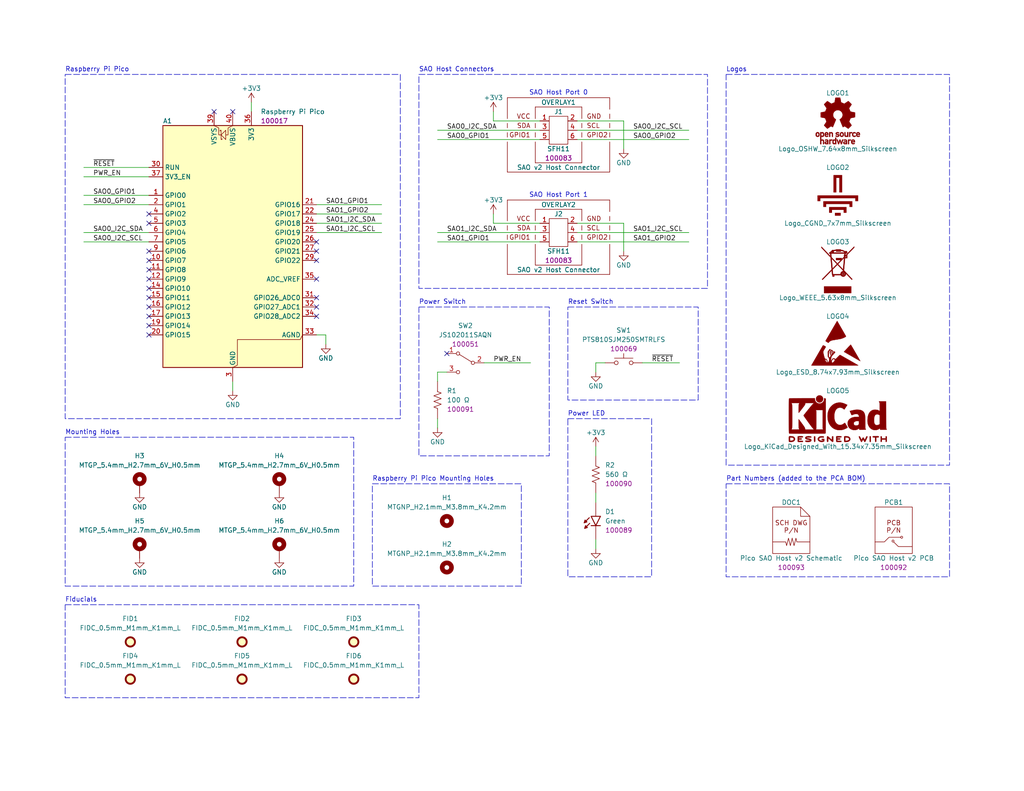
<source format=kicad_sch>
(kicad_sch (version 20250114) (generator "eeschema") (generator_version "9.0")
  (paper "A")
  (title_block (title "${PROJECT_DESCRIPTION} v${PROJECT_VERSION_MAJOR}") (date "${CURRENT_DATE}") (rev "${SCH_REV}") (company "${ORGANIZATION} <${ORGANIZATION_URL}>") (comment 1 "PCA P/N: ${PCA_PART_NUMBER}") (comment 2 "Schematic P/N: ${SCH_PART_NUMBER}") (comment 3 "License: ${SPDX_LICENSE_ID}") (comment 4 "Copyright: © ${COPYRIGHT_HOLDER} <${COPYRIGHT_HOLDER_CONTACT}>"))
  (lib_symbols
    (symbol "CGND_Connector:Connector_Overlay_SAO_v2_Host" (pin_numbers (hide yes)) (pin_names (offset 0) (hide yes)) (in_bom no)
      (property "Reference" "OVERLAY" (at 0 7.62 0))
      (property "Value" "SAO v2 Host Connector" (at 0 -10.16 0))
      (symbol "Connector_Overlay_SAO_v2_Host_1_1"
        (text "VCC" (at -7.62 3.81 0) (effects (font (size 1.27 1.27)) (justify right)))
        (text "SDA" (at -7.62 1.27 0) (effects (font (size 1.27 1.27)) (justify right)))
        (text "GPIO1" (at -7.62 -1.27 0) (effects (font (size 1.27 1.27)) (justify right)))
        (text "GND" (at 7.62 3.81 0) (effects (font (size 1.27 1.27)) (justify left)))
        (text "SCL" (at 7.62 1.27 0) (effects (font (size 1.27 1.27)) (justify left)))
        (text "GPIO2" (at 7.62 -1.27 0) (effects (font (size 1.27 1.27)) (justify left)))
      )
    )
    (symbol "CGND_Graphic:Logo_CGND_7x7mm_Silkscreen" (pin_numbers (hide yes)) (pin_names (offset 0) (hide yes)) (in_bom no)
      (property "Reference" "LOGO" (at 0 7.62 0))
      (property "Value" "Logo_CGND_7x7mm_Silkscreen" (at 0 -7.62 0))
    )
    (symbol "CGND_Graphic:Logo_ESD_8.74x7.93mm_Silkscreen" (pin_numbers (hide yes)) (pin_names (offset 0) (hide yes)) (in_bom no)
      (property "Reference" "LOGO" (at 0 7.62 0))
      (property "Value" "Logo_ESD_8.74x7.93mm_Silkscreen" (at 0 -7.62 0))
    )
    (symbol "CGND_Graphic:Logo_KiCad_Designed_With_15.34x7.35mm_Silkscreen" (pin_numbers (hide yes)) (pin_names (offset 0) (hide yes)) (in_bom no)
      (property "Reference" "LOGO" (at 0 7.62 0))
      (property "Value" "Logo_KiCad_Designed_With_15.34x7.35mm_Silkscreen" (at 0 -7.62 0))
    )
    (symbol "CGND_Graphic:Logo_OSHW_7.64x8mm_Silkscreen" (pin_numbers (hide yes)) (pin_names (offset 0) (hide yes)) (in_bom no)
      (property "Reference" "LOGO" (at 0 7.62 0))
      (property "Value" "Logo_OSHW_7.64x8mm_Silkscreen" (at 0 -7.62 0))
    )
    (symbol "CGND_Graphic:Logo_WEEE_5.63x8mm_Silkscreen" (pin_numbers (hide yes)) (pin_names (offset 0) (hide yes)) (in_bom no)
      (property "Reference" "LOGO" (at 0 7.62 0))
      (property "Value" "Logo_WEEE_5.63x8mm_Silkscreen" (at 0 -7.62 0))
    )
    (symbol "CGND_Mechanical:FIDC_0.5mm_M1mm_K1mm_L" (pin_numbers (hide yes)) (pin_names (offset 0) (hide yes)) (in_bom no)
      (property "Reference" "FID" (at 0 6.35 0))
      (property "Value" "FIDC_0.5mm_M1mm_K1mm_L" (at 0 3.81 0))
    )
    (symbol "CGND_Mechanical:MTGNP_H2.1mm_M3.8mm_K4.2mm" (pin_numbers (hide yes)) (pin_names (offset 0) (hide yes)) (in_bom no)
      (property "Reference" "H" (at 0 6.35 0))
      (property "Value" "MTGNP_H2.1mm_M3.8mm_K4.2mm" (at 0 3.81 0))
    )
    (symbol "CGND_Mechanical:MTGP_5.4mm_H2.7mm_6V_H0.5mm" (pin_numbers (hide yes)) (pin_names (offset 1.016) (hide yes)) (in_bom no)
      (property "Reference" "H" (at 0 7.62 0))
      (property "Value" "MTGP_5.4mm_H2.7mm_6V_H0.5mm" (at 0 5.08 0))
      (symbol "MTGP_5.4mm_H2.7mm_6V_H0.5mm_1_1"
        (pin input line (at 0 -2.54 90) (length 2.54) (name "1") (number "1"))
      )
    )
    (symbol "CGND_OSHW_IPN:100017"
      (property "Reference" "A" (at -19.05 35.56 0))
      (property "Value" "Raspberry Pi Pico" (at 7.62 38.1 0))
      (property "IPN" "100017" (at 7.62 35.56 0))
      (symbol "100017_1_1"
        (pin passive line (at -22.86 22.86 0) (length 3.81) (name "RUN") (number "30"))
        (pin passive line (at -22.86 20.32 0) (length 3.81) (name "3V3_EN") (number "37"))
        (pin bidirectional line (at -22.86 15.24 0) (length 3.81) (name "GPIO0") (number "1"))
        (pin bidirectional line (at -22.86 12.7 0) (length 3.81) (name "GPIO1") (number "2"))
        (pin bidirectional line (at -22.86 10.16 0) (length 3.81) (name "GPIO2") (number "4"))
        (pin bidirectional line (at -22.86 7.62 0) (length 3.81) (name "GPIO3") (number "5"))
        (pin bidirectional line (at -22.86 5.08 0) (length 3.81) (name "GPIO4") (number "6"))
        (pin bidirectional line (at -22.86 2.54 0) (length 3.81) (name "GPIO5") (number "7"))
        (pin bidirectional line (at -22.86 0 0) (length 3.81) (name "GPIO6") (number "9"))
        (pin bidirectional line (at -22.86 -2.54 0) (length 3.81) (name "GPIO7") (number "10"))
        (pin bidirectional line (at -22.86 -5.08 0) (length 3.81) (name "GPIO8") (number "11"))
        (pin bidirectional line (at -22.86 -7.62 0) (length 3.81) (name "GPIO9") (number "12"))
        (pin bidirectional line (at -22.86 -10.16 0) (length 3.81) (name "GPIO10") (number "14"))
        (pin bidirectional line (at -22.86 -12.7 0) (length 3.81) (name "GPIO11") (number "15"))
        (pin bidirectional line (at -22.86 -15.24 0) (length 3.81) (name "GPIO12") (number "16"))
        (pin bidirectional line (at -22.86 -17.78 0) (length 3.81) (name "GPIO13") (number "17"))
        (pin bidirectional line (at -22.86 -20.32 0) (length 3.81) (name "GPIO14") (number "19"))
        (pin bidirectional line (at -22.86 -22.86 0) (length 3.81) (name "GPIO15") (number "20"))
        (pin power_in line (at -5.08 38.1 270) (length 3.81) (name "VSYS") (number "39"))
        (pin power_out line (at 0 38.1 270) (length 3.81) (name "VBUS") (number "40"))
        (pin passive line (at 0 -35.56 90) (length 3.81) (hide yes) (name "GND") (number "13"))
        (pin passive line (at 0 -35.56 90) (length 3.81) (hide yes) (name "GND") (number "18"))
        (pin passive line (at 0 -35.56 90) (length 3.81) (hide yes) (name "GND") (number "23"))
        (pin passive line (at 0 -35.56 90) (length 3.81) (hide yes) (name "GND") (number "28"))
        (pin power_out line (at 0 -35.56 90) (length 3.81) (name "GND") (number "3"))
        (pin passive line (at 0 -35.56 90) (length 3.81) (hide yes) (name "GND") (number "38"))
        (pin passive line (at 0 -35.56 90) (length 3.81) (hide yes) (name "GND") (number "8"))
        (pin power_out line (at 5.08 38.1 270) (length 3.81) (name "3V3") (number "36"))
        (pin bidirectional line (at 22.86 12.7 180) (length 3.81) (name "GPIO16") (number "21"))
        (pin bidirectional line (at 22.86 10.16 180) (length 3.81) (name "GPIO17") (number "22"))
        (pin bidirectional line (at 22.86 7.62 180) (length 3.81) (name "GPIO18") (number "24"))
        (pin bidirectional line (at 22.86 5.08 180) (length 3.81) (name "GPIO19") (number "25"))
        (pin bidirectional line (at 22.86 2.54 180) (length 3.81) (name "GPIO20") (number "26"))
        (pin bidirectional line (at 22.86 0 180) (length 3.81) (name "GPIO21") (number "27"))
        (pin bidirectional line (at 22.86 -2.54 180) (length 3.81) (name "GPIO22") (number "29"))
        (pin power_in line (at 22.86 -7.62 180) (length 3.81) (name "ADC_VREF") (number "35"))
        (pin bidirectional line (at 22.86 -12.7 180) (length 3.81) (name "GPIO26_ADC0") (number "31"))
        (pin bidirectional line (at 22.86 -15.24 180) (length 3.81) (name "GPIO27_ADC1") (number "32"))
        (pin bidirectional line (at 22.86 -17.78 180) (length 3.81) (name "GPIO28_ADC2") (number "34"))
        (pin power_out line (at 22.86 -22.86 180) (length 3.81) (name "AGND") (number "33"))
      )
    )
    (symbol "CGND_OSHW_IPN:100051" (pin_names (offset 0) (hide yes))
      (property "Reference" "SW" (at 0 10.16 0))
      (property "Value" "JS102011SAQN" (at 0 7.62 0))
      (property "IPN" "100051" (at 0 5.08 0))
      (symbol "100051_1_1"
        (pin passive line (at -5.08 0 0) (length 2.54) (name "B") (number "2"))
        (pin passive line (at 5.08 2.54 180) (length 2.54) (name "A") (number "1"))
        (pin passive line (at 5.08 -2.54 180) (length 2.54) (name "C") (number "3"))
      )
    )
    (symbol "CGND_OSHW_IPN:100069" (pin_numbers (hide yes)) (pin_names (offset 0) (hide yes))
      (property "Reference" "SW" (at 0 8.89 0))
      (property "Value" "PTS810SJM250SMTRLFS" (at 0 6.35 0))
      (property "IPN" "100069" (at 0 3.81 0))
      (symbol "100069_0_1"
        (pin passive line (at -5.08 0 0) (length 2.54) (name "1") (number "1"))
        (pin passive line (at 5.08 0 180) (length 2.54) (name "2") (number "2"))
      )
    )
    (symbol "CGND_OSHW_IPN:100083" (pin_names (hide yes))
      (property "Reference" "J" (at 0 5.08 0))
      (property "Value" "SFH11" (at 0 -5.08 0))
      (property "IPN" "100083" (at 0 -7.62 0))
      (symbol "100083_1_1"
        (pin passive line (at -5.08 2.54 0) (length 2.54) (name "1") (number "1"))
        (pin passive line (at -5.08 0 0) (length 2.54) (name "3") (number "3"))
        (pin passive line (at -5.08 -2.54 0) (length 2.54) (name "5") (number "5"))
        (pin passive line (at 5.08 2.54 180) (length 2.54) (name "2") (number "2"))
        (pin passive line (at 5.08 0 180) (length 2.54) (name "4") (number "4"))
        (pin passive line (at 5.08 -2.54 180) (length 2.54) (name "6") (number "6"))
      )
    )
    (symbol "CGND_OSHW_IPN:100089" (pin_numbers (hide yes)) (pin_names (offset 0) (hide yes))
      (property "Reference" "D" (at 0 7.62 0))
      (property "Value" "Green" (at 0 5.08 0))
      (property "IPN" "100089" (at 0 2.54 0))
      (symbol "100089_1_1"
        (pin passive line (at -5.08 0 0) (length 2.54) (name "Anode") (number "A"))
        (pin passive line (at 5.08 0 180) (length 2.54) (name "Cathode") (number "C"))
      )
    )
    (symbol "CGND_OSHW_IPN:100090" (pin_numbers (hide yes)) (pin_names (offset 0) (hide yes))
      (property "Reference" "R" (at 0 7.62 0))
      (property "Value" "560 Ω" (at 0 5.08 0))
      (property "IPN" "100090" (at 0 2.54 0))
      (symbol "100090_1_1"
        (pin passive line (at -5.08 0 0) (length 2.54) (name "1") (number "1"))
        (pin passive line (at 5.08 0 180) (length 2.54) (name "2") (number "2"))
      )
    )
    (symbol "CGND_OSHW_IPN:100091" (pin_numbers (hide yes)) (pin_names (offset 0) (hide yes))
      (property "Reference" "R" (at 0 7.62 0))
      (property "Value" "100 Ω" (at 0 5.08 0))
      (property "IPN" "100091" (at 0 2.54 0))
      (symbol "100091_1_1"
        (pin passive line (at -5.08 0 0) (length 2.54) (name "1") (number "1"))
        (pin passive line (at 5.08 0 180) (length 2.54) (name "2") (number "2"))
      )
    )
    (symbol "CGND_OSHW_IPN:100092" (pin_numbers (hide yes)) (pin_names (offset 0) (hide yes)) (on_board no)
      (property "Reference" "PCB" (at 0 7.62 0))
      (property "Value" "Pico SAO Host v2 PCB" (at 0 -7.62 0))
      (property "IPN" "100092" (at 0 -10.16 0))
      (symbol "100092_1_1"
        (text "PCB\nP/N" (at 0 1.016 0) (effects (font (size 1.27 1.27))))
      )
    )
    (symbol "CGND_OSHW_IPN:100093" (pin_numbers (hide yes)) (pin_names (offset 0) (hide yes)) (on_board no)
      (property "Reference" "DOC" (at 0 7.62 0))
      (property "Value" "Pico SAO Host v2 Schematic" (at 0 -7.62 0))
      (property "IPN" "100093" (at 0 -10.16 0))
      (symbol "100093_1_1"
        (text "SCH DWG\nP/N" (at 0 1.016 0) (effects (font (size 1.27 1.27))))
      )
    )
    (symbol "CGND_Power:+3V3" (power) (pin_names (offset 0))
      (property "Value" "+3V3" (at 0 3.81 0))
      (symbol "+3V3_1_1"
        (pin power_in line (at 0 0 90) (length 0) (hide yes) (name "+3V3") (number "1"))
      )
    )
    (symbol "CGND_Power:GND" (power) (pin_names (offset 0))
      (property "Value" "GND" (at 0 -3.81 0))
      (symbol "GND_1_1"
        (pin power_in line (at 0 0 270) (length 0) (hide yes) (name "GND") (number "1"))
      )
    )
  )
  (rectangle (start 198.12 132.08) (end 259.08 157.48) (stroke (width 0) (type dash)))
  (rectangle (start 114.3 83.82) (end 149.86 124.46) (stroke (width 0) (type dash)))
  (rectangle (start 198.12 20.32) (end 259.08 127) (stroke (width 0) (type dash)))
  (rectangle (start 101.6 132.08) (end 142.24 160.02) (stroke (width 0) (type dash)))
  (rectangle (start 17.78 165.1) (end 114.3 190.5) (stroke (width 0) (type dash)))
  (rectangle (start 154.94 114.3) (end 177.8 157.48) (stroke (width 0) (type dash)))
  (rectangle (start 114.3 20.32) (end 193.04 78.74) (stroke (width 0) (type dash)))
  (rectangle (start 17.78 20.32) (end 109.22 114.3) (stroke (width 0) (type dash)))
  (rectangle (start 17.78 119.38) (end 96.52 160.02) (stroke (width 0) (type dash)))
  (rectangle (start 154.94 83.82) (end 190.5 109.22) (stroke (width 0) (type dash)))
  (text "Fiducials" (at 17.78 163.83 0) (effects (font (size 1.27 1.27)) (justify left)))
  (text "SAO Host Port 0" (at 152.4 25.4 0) (effects (font (size 1.27 1.27))))
  (text "Mounting Holes" (at 17.78 118.11 0) (effects (font (size 1.27 1.27)) (justify left)))
  (text "Part Numbers (added to the PCA BOM)" (at 198.12 130.81 0) (effects (font (size 1.27 1.27)) (justify left)))
  (text "Power Switch" (at 114.3 82.55 0) (effects (font (size 1.27 1.27)) (justify left)))
  (text "Logos" (at 198.12 19.05 0) (effects (font (size 1.27 1.27)) (justify left)))
  (text "Power LED" (at 160.02 113.03 0) (effects (font (size 1.27 1.27))))
  (text "SAO Host Port 1" (at 152.4 53.34 0) (effects (font (size 1.27 1.27))))
  (text "Raspberry Pi Pico Mounting Holes" (at 101.6 130.81 0) (effects (font (size 1.27 1.27)) (justify left)))
  (text "Reset Switch" (at 154.94 82.55 0) (effects (font (size 1.27 1.27)) (justify left)))
  (text "SAO Host Connectors" (at 114.3 19.05 0) (effects (font (size 1.27 1.27)) (justify left)))
  (text "Raspberry Pi Pico" (at 17.78 19.05 0) (effects (font (size 1.27 1.27)) (justify left)))
  (no_connect (at 40.64 73.66))
  (no_connect (at 86.36 83.82))
  (no_connect (at 86.36 76.2))
  (no_connect (at 40.64 86.36))
  (no_connect (at 40.64 83.82))
  (no_connect (at 40.64 68.58))
  (no_connect (at 121.92 96.52))
  (no_connect (at 58.42 30.48))
  (no_connect (at 40.64 78.74))
  (no_connect (at 40.64 58.42))
  (no_connect (at 40.64 81.28))
  (no_connect (at 40.64 91.44))
  (no_connect (at 86.36 71.12))
  (no_connect (at 40.64 88.9))
  (no_connect (at 40.64 71.12))
  (no_connect (at 86.36 81.28))
  (no_connect (at 40.64 60.96))
  (no_connect (at 63.5 30.48))
  (no_connect (at 86.36 86.36))
  (no_connect (at 86.36 68.58))
  (no_connect (at 40.64 76.2))
  (no_connect (at 86.36 66.04))
  (wire (pts (xy 86.36 55.88) (xy 104.14 55.88)))
  (wire (pts (xy 22.86 63.5) (xy 40.64 63.5)))
  (wire (pts (xy 157.48 66.04) (xy 187.96 66.04)))
  (wire (pts (xy 88.9 91.44) (xy 88.9 93.98)))
  (wire (pts (xy 170.18 60.96) (xy 170.18 68.58)))
  (wire (pts (xy 134.62 60.96) (xy 147.32 60.96)))
  (wire (pts (xy 162.56 99.06) (xy 162.56 101.6)))
  (wire (pts (xy 157.48 60.96) (xy 170.18 60.96)))
  (wire (pts (xy 119.38 35.56) (xy 147.32 35.56)))
  (wire (pts (xy 119.38 101.6) (xy 121.92 101.6)))
  (wire (pts (xy 119.38 114.3) (xy 119.38 116.84)))
  (wire (pts (xy 162.56 134.62) (xy 162.56 137.16)))
  (wire (pts (xy 162.56 121.92) (xy 162.56 124.46)))
  (wire (pts (xy 157.48 35.56) (xy 187.96 35.56)))
  (wire (pts (xy 157.48 63.5) (xy 187.96 63.5)))
  (wire (pts (xy 132.08 99.06) (xy 144.78 99.06)))
  (wire (pts (xy 86.36 60.96) (xy 104.14 60.96)))
  (wire (pts (xy 134.62 30.48) (xy 134.62 33.02)))
  (wire (pts (xy 86.36 63.5) (xy 104.14 63.5)))
  (wire (pts (xy 22.86 66.04) (xy 40.64 66.04)))
  (wire (pts (xy 119.38 38.1) (xy 147.32 38.1)))
  (wire (pts (xy 170.18 33.02) (xy 170.18 40.64)))
  (wire (pts (xy 119.38 63.5) (xy 147.32 63.5)))
  (wire (pts (xy 22.86 53.34) (xy 40.64 53.34)))
  (wire (pts (xy 162.56 147.32) (xy 162.56 149.86)))
  (wire (pts (xy 119.38 104.14) (xy 119.38 101.6)))
  (wire (pts (xy 165.1 99.06) (xy 162.56 99.06)))
  (wire (pts (xy 22.86 55.88) (xy 40.64 55.88)))
  (wire (pts (xy 86.36 58.42) (xy 104.14 58.42)))
  (wire (pts (xy 134.62 33.02) (xy 147.32 33.02)))
  (wire (pts (xy 157.48 38.1) (xy 187.96 38.1)))
  (wire (pts (xy 22.86 45.72) (xy 40.64 45.72)))
  (wire (pts (xy 119.38 66.04) (xy 147.32 66.04)))
  (wire (pts (xy 63.5 104.14) (xy 63.5 106.68)))
  (wire (pts (xy 175.26 99.06) (xy 185.42 99.06)))
  (wire (pts (xy 86.36 91.44) (xy 88.9 91.44)))
  (wire (pts (xy 68.58 27.94) (xy 68.58 30.48)))
  (wire (pts (xy 157.48 33.02) (xy 170.18 33.02)))
  (wire (pts (xy 134.62 58.42) (xy 134.62 60.96)))
  (wire (pts (xy 40.64 48.26) (xy 22.86 48.26)))
  (label "SAO1_GPIO1" (at 121.92 66.04 0))
  (label "SAO1_I2C_SCL" (at 88.9 63.5 0))
  (label "PWR_EN" (at 134.62 99.06 0))
  (label "SAO1_I2C_SCL" (at 172.72 63.5 0))
  (label "SAO0_I2C_SDA" (at 25.4 63.5 0))
  (label "SAO0_GPIO2" (at 25.4 55.88 0))
  (label "~{RESET}" (at 177.8 99.06 0))
  (label "SAO1_I2C_SDA" (at 121.92 63.5 0))
  (label "SAO0_I2C_SCL" (at 172.72 35.56 0))
  (label "SAO0_GPIO2" (at 172.72 38.1 0))
  (label "SAO1_GPIO1" (at 88.9 55.88 0))
  (label "SAO1_I2C_SDA" (at 88.9 60.96 0))
  (label "SAO1_GPIO2" (at 172.72 66.04 0))
  (label "SAO1_GPIO2" (at 88.9 58.42 0))
  (label "~{RESET}" (at 25.4 45.72 0))
  (label "SAO0_GPIO1" (at 25.4 53.34 0))
  (label "SAO0_I2C_SDA" (at 121.92 35.56 0))
  (label "SAO0_GPIO1" (at 121.92 38.1 0))
  (label "PWR_EN" (at 25.4 48.26 0))
  (label "SAO0_I2C_SCL" (at 25.4 66.04 0))
  (symbol (lib_id "CGND_Mechanical:FIDC_0.5mm_M1mm_K1mm_L") (at 96.52 175.26 0) (unit 1) (in_bom no)
    (property "Reference" "FID3" (at 96.52 168.91 0))
    (property "Value" "FIDC_0.5mm_M1mm_K1mm_L" (at 96.52 171.45 0))
    (property "Footprint" "CGND_Fiducial:FIDC_0.5mm_M1mm_K1mm_L" (effects (hide yes)))
    (property "Description" "Fiducial, Circular; 0.5 mm Pad, 1 mm Soldermask, 1 mm Keepout (Density Level C)" (effects (hide yes)))
  )
  (symbol (lib_id "CGND_OSHW_IPN:100091") (at 119.38 109.22 270) (unit 1)
    (property "Reference" "R1" (at 121.92 106.6799 90) (effects (justify left)))
    (property "Value" "100 Ω" (at 121.92 109.2199 90) (effects (justify left)))
    (property "Footprint" "CGND_Resistor:RESC_0603_1.6x0.8x0.55mm_L0.25mm_N" (effects (hide yes)))
    (property "Datasheet" "https://cgnd-oshw.aligni.com/part/567037" (effects (hide yes)))
    (property "Description" "100 Ohms ±5% 0.1W, 1/10W Chip Resistor 0603 (1608 Metric) Moisture Resistant Thick Film" (effects (hide yes)))
    (property "IPN" "100091" (at 121.92 111.7599 90) (effects (justify left)))
    (property "Symbol" "CGND_TEMPLATE_Device:Resistor" (effects (hide yes)))
  )
  (symbol (lib_id "CGND_Power:GND") (at 76.2 134.62 0) (unit 1)
    (property "Reference" "#PWR09" (effects (hide yes)))
    (property "Value" "GND" (at 76.2 138.43 0))
    (property "Description" "Power symbol creates a global label with name \"GND\" , ground" (effects (hide yes)))
  )
  (symbol (lib_id "CGND_Power:GND") (at 170.18 40.64 0) (unit 1)
    (property "Reference" "#PWR05" (effects (hide yes)))
    (property "Value" "GND" (at 170.18 44.45 0))
    (property "Description" "Power symbol creates a global label with name \"GND\" , ground" (effects (hide yes)))
  )
  (symbol (lib_id "CGND_Mechanical:MTGP_5.4mm_H2.7mm_6V_H0.5mm") (at 38.1 132.08 0) (unit 1) (in_bom no)
    (property "Reference" "H3" (at 38.1 124.46 0))
    (property "Value" "MTGP_5.4mm_H2.7mm_6V_H0.5mm" (at 38.1 127 0))
    (property "Footprint" "CGND_Mounting_Hole:MTGP_5.4mm_H2.7mm_6V_H0.5mm" (effects (hide yes)))
    (property "Description" "Mounting Hole, Plated; 5.4 mm Pad, 2.7 mm Hole (with 6 vias)" (effects (hide yes)))
  )
  (symbol (lib_id "CGND_Power:+3V3") (at 134.62 30.48 0) (unit 1)
    (property "Reference" "#PWR03" (effects (hide yes)))
    (property "Value" "+3V3" (at 134.62 26.67 0))
    (property "Description" "Power symbol creates a global label with name \"+3.3V\"" (effects (hide yes)))
  )
  (symbol (lib_id "CGND_Power:GND") (at 88.9 93.98 0) (unit 1)
    (property "Reference" "#PWR015" (effects (hide yes)))
    (property "Value" "GND" (at 88.9 97.79 0))
    (property "Description" "Power symbol creates a global label with name \"GND\" , ground" (effects (hide yes)))
  )
  (symbol (lib_id "CGND_Mechanical:FIDC_0.5mm_M1mm_K1mm_L") (at 35.56 175.26 0) (unit 1) (in_bom no)
    (property "Reference" "FID1" (at 35.56 168.91 0))
    (property "Value" "FIDC_0.5mm_M1mm_K1mm_L" (at 35.56 171.45 0))
    (property "Footprint" "CGND_Fiducial:FIDC_0.5mm_M1mm_K1mm_L" (effects (hide yes)))
    (property "Description" "Fiducial, Circular; 0.5 mm Pad, 1 mm Soldermask, 1 mm Keepout (Density Level C)" (effects (hide yes)))
  )
  (symbol (lib_id "CGND_Power:+3V3") (at 162.56 121.92 0) (unit 1)
    (property "Reference" "#PWR014" (effects (hide yes)))
    (property "Value" "+3V3" (at 162.56 118.11 0))
    (property "Description" "Power symbol creates a global label with name \"+3.3V\"" (effects (hide yes)))
  )
  (symbol (lib_id "CGND_Mechanical:MTGP_5.4mm_H2.7mm_6V_H0.5mm") (at 76.2 149.86 0) (unit 1) (in_bom no)
    (property "Reference" "H6" (at 76.2 142.24 0))
    (property "Value" "MTGP_5.4mm_H2.7mm_6V_H0.5mm" (at 76.2 144.78 0))
    (property "Footprint" "CGND_Mounting_Hole:MTGP_5.4mm_H2.7mm_6V_H0.5mm" (effects (hide yes)))
    (property "Description" "Mounting Hole, Plated; 5.4 mm Pad, 2.7 mm Hole (with 6 vias)" (effects (hide yes)))
  )
  (symbol (lib_id "CGND_Graphic:Logo_OSHW_7.64x8mm_Silkscreen") (at 228.6 33.02 0) (unit 1) (in_bom no)
    (property "Reference" "LOGO1" (at 228.6 25.4 0))
    (property "Value" "Logo_OSHW_7.64x8mm_Silkscreen" (at 228.6 40.64 0))
    (property "Footprint" "CGND_Graphic:Logo_OSHW_7.64x8mm_Silkscreen" (effects (hide yes)))
    (property "Datasheet" "https://oshwa.org/resources/open-source-hardware-logo/" (effects (hide yes)))
    (property "Description" "Logo, Open Source Hardware (OSHW), 7.64x8 mm, Silkscreen" (effects (hide yes)))
    (property "Symbol Copyright" "Common Ground Electronics <https://cgnd.dev>;The KiCad Developers <https://www.kicad.org>" (effects (hide yes)))
    (property "Symbol License" "CC-BY-SA-4.0 WITH KiCad-libraries-exception" (effects (hide yes)))
  )
  (symbol (lib_id "CGND_OSHW_IPN:100090") (at 162.56 129.54 270) (unit 1)
    (property "Reference" "R2" (at 165.1 126.9999 90) (effects (justify left)))
    (property "Value" "560 Ω" (at 165.1 129.5399 90) (effects (justify left)))
    (property "Footprint" "CGND_Resistor:RESC_0603_1.6x0.8x0.55mm_L0.25mm_N" (effects (hide yes)))
    (property "Datasheet" "https://cgnd-oshw.aligni.com/part/567036" (effects (hide yes)))
    (property "Description" "560 Ohms ±5% 0.1W, 1/10W Chip Resistor 0603 (1608 Metric) Moisture Resistant Thick Film" (effects (hide yes)))
    (property "IPN" "100090" (at 165.1 132.0799 90) (effects (justify left)))
    (property "Symbol" "CGND_TEMPLATE_Device:Resistor" (effects (hide yes)))
  )
  (symbol (lib_id "CGND_Power:+3V3") (at 68.58 27.94 0) (unit 1)
    (property "Reference" "#PWR01" (effects (hide yes)))
    (property "Value" "+3V3" (at 68.58 24.13 0))
    (property "Description" "Power symbol creates a global label with name \"+3.3V\"" (effects (hide yes)))
  )
  (symbol (lib_id "CGND_OSHW_IPN:100083") (at 152.4 35.56 0) (unit 1)
    (property "Reference" "J1" (at 152.4 30.48 0))
    (property "Value" "SFH11" (at 152.4 40.64 0))
    (property "Footprint" "CGND_Connector:Sullins_SFH11-xxxC-D03-ST-BK" (effects (hide yes)))
    (property "Datasheet" "https://cgnd-oshw.aligni.com/part/558400" (effects (hide yes)))
    (property "Description" "6 Position Header Connector 0.100\" (2.54mm) Through Hole Gold" (effects (hide yes)))
    (property "IPN" "100083" (at 152.4 43.18 0))
    (property "Symbol" "CGND_TEMPLATE_Connector:Connector_2x3_Odd_Even" (effects (hide yes)))
  )
  (symbol (lib_id "CGND_Graphic:Logo_KiCad_Designed_With_15.34x7.35mm_Silkscreen") (at 228.6 114.3 0) (unit 1) (in_bom no)
    (property "Reference" "LOGO5" (at 228.6 106.68 0))
    (property "Value" "Logo_KiCad_Designed_With_15.34x7.35mm_Silkscreen" (at 228.6 121.92 0))
    (property "Footprint" "CGND_Graphic:Logo_KiCad_Designed_With_15.34x7.35mm_Silkscreen" (effects (hide yes)))
    (property "Description" "Logo, Kicad, Designed With, 15.34x7.35 mm, Silkscreen" (effects (hide yes)))
    (property "Symbol Copyright" "Common Ground Electronics <https://cgnd.dev>;The KiCad Developers <https://www.kicad.org>" (effects (hide yes)))
    (property "Symbol License" "CC-BY-SA-4.0 WITH KiCad-libraries-exception" (effects (hide yes)))
  )
  (symbol (lib_id "CGND_OSHW_IPN:100089") (at 162.56 142.24 270) (unit 1)
    (property "Reference" "D1" (at 165.1 139.6999 90) (effects (justify left)))
    (property "Value" "Green" (at 165.1 142.2399 90) (effects (justify left)))
    (property "Footprint" "CGND_LED:LEDSC_0603_0.8x1.6x0.8mm_L0.45x0.7mm_N" (effects (hide yes)))
    (property "Datasheet" "https://cgnd-oshw.aligni.com/part/566715" (effects (hide yes)))
    (property "Description" "Green 570nm LED Indication - Discrete 2V 0603 (1608 Metric)" (effects (hide yes)))
    (property "IPN" "100089" (at 165.1 144.7799 90) (effects (justify left)))
    (property "Symbol" "CGND_TEMPLATE_Device:LED" (effects (hide yes)))
  )
  (symbol (lib_id "CGND_OSHW_IPN:100069") (at 170.18 99.06 0) (unit 1)
    (property "Reference" "SW1" (at 170.18 90.17 0))
    (property "Value" "PTS810SJM250SMTRLFS" (at 170.18 92.71 0))
    (property "Footprint" "CGND_Switch:CK_PTS810SJx250" (effects (hide yes)))
    (property "Datasheet" "https://cgnd-oshw.aligni.com/part/495520" (effects (hide yes)))
    (property "Description" "Tactile Switch SPST-NO Top Actuated Surface Mount" (effects (hide yes)))
    (property "IPN" "100069" (at 170.18 95.25 0))
    (property "Symbol" "CGND_TEMPLATE_Switch:Switch_Push_SPST-NO" (effects (hide yes)))
  )
  (symbol (lib_id "CGND_Graphic:Logo_CGND_7x7mm_Silkscreen") (at 228.6 53.34 0) (unit 1) (in_bom no)
    (property "Reference" "LOGO2" (at 228.6 45.72 0))
    (property "Value" "Logo_CGND_7x7mm_Silkscreen" (at 228.6 60.96 0))
    (property "Footprint" "CGND_Graphic:Logo_CGND_7x7mm_Silkscreen" (effects (hide yes)))
    (property "Datasheet" "https://cgnd.dev" (effects (hide yes)))
    (property "Description" "Logo, Common Ground Electronics, 7x7 mm, Silkscreen" (effects (hide yes)))
  )
  (symbol (lib_id "CGND_Power:GND") (at 162.56 101.6 0) (unit 1)
    (property "Reference" "#PWR07" (effects (hide yes)))
    (property "Value" "GND" (at 162.56 105.41 0))
    (property "Description" "Power symbol creates a global label with name \"GND\" , ground" (effects (hide yes)))
  )
  (symbol (lib_id "CGND_Power:GND") (at 38.1 152.4 0) (unit 1)
    (property "Reference" "#PWR011" (effects (hide yes)))
    (property "Value" "GND" (at 38.1 156.21 0))
    (property "Description" "Power symbol creates a global label with name \"GND\" , ground" (effects (hide yes)))
  )
  (symbol (lib_id "CGND_Mechanical:FIDC_0.5mm_M1mm_K1mm_L") (at 96.52 185.42 0) (unit 1) (in_bom no)
    (property "Reference" "FID6" (at 96.52 179.07 0))
    (property "Value" "FIDC_0.5mm_M1mm_K1mm_L" (at 96.52 181.61 0))
    (property "Footprint" "CGND_Fiducial:FIDC_0.5mm_M1mm_K1mm_L" (effects (hide yes)))
    (property "Description" "Fiducial, Circular; 0.5 mm Pad, 1 mm Soldermask, 1 mm Keepout (Density Level C)" (effects (hide yes)))
  )
  (symbol (lib_id "CGND_Mechanical:MTGP_5.4mm_H2.7mm_6V_H0.5mm") (at 38.1 149.86 0) (unit 1) (in_bom no)
    (property "Reference" "H5" (at 38.1 142.24 0))
    (property "Value" "MTGP_5.4mm_H2.7mm_6V_H0.5mm" (at 38.1 144.78 0))
    (property "Footprint" "CGND_Mounting_Hole:MTGP_5.4mm_H2.7mm_6V_H0.5mm" (effects (hide yes)))
    (property "Description" "Mounting Hole, Plated; 5.4 mm Pad, 2.7 mm Hole (with 6 vias)" (effects (hide yes)))
  )
  (symbol (lib_id "CGND_Graphic:Logo_WEEE_5.63x8mm_Silkscreen") (at 228.6 73.66 0) (unit 1) (in_bom no)
    (property "Reference" "LOGO3" (at 228.6 66.04 0))
    (property "Value" "Logo_WEEE_5.63x8mm_Silkscreen" (at 228.6 81.28 0))
    (property "Footprint" "CGND_Graphic:Logo_WEEE_5.63x8mm_Silkscreen" (effects (hide yes)))
    (property "Description" "Logo, Waste Electrical and Electronic Equipment Directive (WEEE), 5.63x8mm, Silkscreen" (effects (hide yes)))
  )
  (symbol (lib_id "CGND_Mechanical:MTGP_5.4mm_H2.7mm_6V_H0.5mm") (at 76.2 132.08 0) (unit 1) (in_bom no)
    (property "Reference" "H4" (at 76.2 124.46 0))
    (property "Value" "MTGP_5.4mm_H2.7mm_6V_H0.5mm" (at 76.2 127 0))
    (property "Footprint" "CGND_Mounting_Hole:MTGP_5.4mm_H2.7mm_6V_H0.5mm" (effects (hide yes)))
    (property "Description" "Mounting Hole, Plated; 5.4 mm Pad, 2.7 mm Hole (with 6 vias)" (effects (hide yes)))
  )
  (symbol (lib_id "CGND_Power:GND") (at 162.56 149.86 0) (unit 1)
    (property "Reference" "#PWR013" (effects (hide yes)))
    (property "Value" "GND" (at 162.56 153.67 0))
    (property "Description" "Power symbol creates a global label with name \"GND\" , ground" (effects (hide yes)))
  )
  (symbol (lib_id "CGND_Mechanical:MTGNP_H2.1mm_M3.8mm_K4.2mm") (at 121.92 142.24 0) (unit 1) (in_bom no)
    (property "Reference" "H1" (at 121.92 135.89 0))
    (property "Value" "MTGNP_H2.1mm_M3.8mm_K4.2mm" (at 121.92 138.43 0))
    (property "Footprint" "CGND_Mounting_Hole:MTGNP_H2.1mm_M3.8mm_K4.2mm" (effects (hide yes)))
    (property "Description" "Mounting Hole, Non-Plated; 2.1 mm Hole, 3.8 mm Soldermask, 4.2 mm Keepout" (effects (hide yes)))
  )
  (symbol (lib_id "CGND_Power:GND") (at 76.2 152.4 0) (unit 1)
    (property "Reference" "#PWR010" (effects (hide yes)))
    (property "Value" "GND" (at 76.2 156.21 0))
    (property "Description" "Power symbol creates a global label with name \"GND\" , ground" (effects (hide yes)))
  )
  (symbol (lib_id "CGND_Power:GND") (at 38.1 134.62 0) (unit 1)
    (property "Reference" "#PWR08" (effects (hide yes)))
    (property "Value" "GND" (at 38.1 138.43 0))
    (property "Description" "Power symbol creates a global label with name \"GND\" , ground" (effects (hide yes)))
  )
  (symbol (lib_id "CGND_OSHW_IPN:100093") (at 215.9 144.78 0) (unit 1) (on_board no)
    (property "Reference" "DOC1" (at 215.9 137.16 0))
    (property "Value" "Pico SAO Host v2 Schematic" (at 215.9 152.4 0))
    (property "Datasheet" "https://cgnd-oshw.aligni.com/part/567039" (effects (hide yes)))
    (property "Description" "Raspberry Pi Pico SAO Host v2 Schematic" (effects (hide yes)))
    (property "IPN" "100093" (at 215.9 154.94 0))
    (property "Symbol" "CGND_TEMPLATE_Part_Number:Schematic" (effects (hide yes)))
  )
  (symbol (lib_id "CGND_Power:GND") (at 119.38 116.84 0) (unit 1)
    (property "Reference" "#PWR012" (effects (hide yes)))
    (property "Value" "GND" (at 119.38 120.65 0))
    (property "Description" "Power symbol creates a global label with name \"GND\" , ground" (effects (hide yes)))
  )
  (symbol (lib_id "CGND_Mechanical:FIDC_0.5mm_M1mm_K1mm_L") (at 66.04 185.42 0) (unit 1) (in_bom no)
    (property "Reference" "FID5" (at 66.04 179.07 0))
    (property "Value" "FIDC_0.5mm_M1mm_K1mm_L" (at 66.04 181.61 0))
    (property "Footprint" "CGND_Fiducial:FIDC_0.5mm_M1mm_K1mm_L" (effects (hide yes)))
    (property "Description" "Fiducial, Circular; 0.5 mm Pad, 1 mm Soldermask, 1 mm Keepout (Density Level C)" (effects (hide yes)))
  )
  (symbol (lib_id "CGND_Power:+3V3") (at 134.62 58.42 0) (unit 1)
    (property "Reference" "#PWR04" (effects (hide yes)))
    (property "Value" "+3V3" (at 134.62 54.61 0))
    (property "Description" "Power symbol creates a global label with name \"+3.3V\"" (effects (hide yes)))
  )
  (symbol (lib_id "CGND_OSHW_IPN:100092") (at 243.84 144.78 0) (unit 1) (on_board no)
    (property "Reference" "PCB1" (at 243.84 137.16 0))
    (property "Value" "Pico SAO Host v2 PCB" (at 243.84 152.4 0))
    (property "Datasheet" "https://cgnd-oshw.aligni.com/part/567038" (effects (hide yes)))
    (property "Description" "Raspberry Pi Pico SAO Host v2 PCB" (effects (hide yes)))
    (property "IPN" "100092" (at 243.84 154.94 0))
    (property "Symbol" "CGND_TEMPLATE_Part_Number:PCB" (effects (hide yes)))
  )
  (symbol (lib_id "CGND_Mechanical:FIDC_0.5mm_M1mm_K1mm_L") (at 66.04 175.26 0) (unit 1) (in_bom no)
    (property "Reference" "FID2" (at 66.04 168.91 0))
    (property "Value" "FIDC_0.5mm_M1mm_K1mm_L" (at 66.04 171.45 0))
    (property "Footprint" "CGND_Fiducial:FIDC_0.5mm_M1mm_K1mm_L" (effects (hide yes)))
    (property "Description" "Fiducial, Circular; 0.5 mm Pad, 1 mm Soldermask, 1 mm Keepout (Density Level C)" (effects (hide yes)))
  )
  (symbol (lib_id "CGND_Mechanical:MTGNP_H2.1mm_M3.8mm_K4.2mm") (at 121.92 154.94 0) (unit 1) (in_bom no)
    (property "Reference" "H2" (at 121.92 148.59 0))
    (property "Value" "MTGNP_H2.1mm_M3.8mm_K4.2mm" (at 121.92 151.13 0))
    (property "Footprint" "CGND_Mounting_Hole:MTGNP_H2.1mm_M3.8mm_K4.2mm" (effects (hide yes)))
    (property "Description" "Mounting Hole, Non-Plated; 2.1 mm Hole, 3.8 mm Soldermask, 4.2 mm Keepout" (effects (hide yes)))
  )
  (symbol (lib_id "CGND_Power:GND") (at 170.18 68.58 0) (unit 1)
    (property "Reference" "#PWR06" (effects (hide yes)))
    (property "Value" "GND" (at 170.18 72.39 0))
    (property "Description" "Power symbol creates a global label with name \"GND\" , ground" (effects (hide yes)))
  )
  (symbol (lib_id "CGND_OSHW_IPN:100083") (at 152.4 63.5 0) (unit 1)
    (property "Reference" "J2" (at 152.4 58.42 0))
    (property "Value" "SFH11" (at 152.4 68.58 0))
    (property "Footprint" "CGND_Connector:Sullins_SFH11-xxxC-D03-ST-BK" (effects (hide yes)))
    (property "Datasheet" "https://cgnd-oshw.aligni.com/part/558400" (effects (hide yes)))
    (property "Description" "6 Position Header Connector 0.100\" (2.54mm) Through Hole Gold" (effects (hide yes)))
    (property "IPN" "100083" (at 152.4 71.12 0))
    (property "Symbol" "CGND_TEMPLATE_Connector:Connector_2x3_Odd_Even" (effects (hide yes)))
  )
  (symbol (lib_id "CGND_Connector:Connector_Overlay_SAO_v2_Host") (at 152.4 35.56 0) (unit 1) (in_bom no)
    (property "Reference" "OVERLAY1" (at 152.4 27.94 0))
    (property "Value" "SAO v2 Host Connector" (at 152.4 45.72 0))
    (property "Footprint" "CGND_Connector:Overlay_SAO_v2_Host" (effects (hide yes)))
    (property "Datasheet" "https://hackaday.io/project/175182-simple-add-ons-sao" (effects (hide yes)))
    (property "Description" "Pin definition overlay for Simple Add-on (SAO) v2 host connector" (effects (hide yes)))
  )
  (symbol (lib_id "CGND_Graphic:Logo_ESD_8.74x7.93mm_Silkscreen") (at 228.6 93.98 0) (unit 1) (in_bom no)
    (property "Reference" "LOGO4" (at 228.6 86.36 0))
    (property "Value" "Logo_ESD_8.74x7.93mm_Silkscreen" (at 228.6 101.6 0))
    (property "Footprint" "CGND_Graphic:Logo_ESD_8.74x7.93mm_Silkscreen" (effects (hide yes)))
    (property "Description" "Logo, Electrostatic Discharge (ESD), 8.74x7.93 mm, Silkscreen" (effects (hide yes)))
  )
  (symbol (lib_id "CGND_OSHW_IPN:100051") (at 127 99.06 0) (mirror y) (unit 1)
    (property "Reference" "SW2" (at 127 88.9 0))
    (property "Value" "JS102011SAQN" (at 127 91.44 0))
    (property "Footprint" "CGND_Switch:CK_JS102011SAxN" (effects (hide yes)))
    (property "Datasheet" "https://cgnd-oshw.aligni.com/part/495146" (effects (hide yes)))
    (property "Description" "Slide Switch SPDT Surface Mount, Right Angle" (effects (hide yes)))
    (property "IPN" "100051" (at 127 93.98 0))
    (property "Symbol" "CGND_TEMPLATE_Switch:Switch_SPDT" (effects (hide yes)))
  )
  (symbol (lib_id "CGND_Mechanical:FIDC_0.5mm_M1mm_K1mm_L") (at 35.56 185.42 0) (unit 1) (in_bom no)
    (property "Reference" "FID4" (at 35.56 179.07 0))
    (property "Value" "FIDC_0.5mm_M1mm_K1mm_L" (at 35.56 181.61 0))
    (property "Footprint" "CGND_Fiducial:FIDC_0.5mm_M1mm_K1mm_L" (effects (hide yes)))
    (property "Description" "Fiducial, Circular; 0.5 mm Pad, 1 mm Soldermask, 1 mm Keepout (Density Level C)" (effects (hide yes)))
  )
  (symbol (lib_id "CGND_Power:GND") (at 63.5 106.68 0) (unit 1)
    (property "Reference" "#PWR02" (effects (hide yes)))
    (property "Value" "GND" (at 63.5 110.49 0))
    (property "Description" "Power symbol creates a global label with name \"GND\" , ground" (effects (hide yes)))
  )
  (symbol (lib_id "CGND_Connector:Connector_Overlay_SAO_v2_Host") (at 152.4 63.5 0) (unit 1) (in_bom no)
    (property "Reference" "OVERLAY2" (at 152.4 55.88 0))
    (property "Value" "SAO v2 Host Connector" (at 152.4 73.66 0))
    (property "Footprint" "CGND_Connector:Overlay_SAO_v2_Host" (effects (hide yes)))
    (property "Datasheet" "https://hackaday.io/project/175182-simple-add-ons-sao" (effects (hide yes)))
    (property "Description" "Pin definition overlay for Simple Add-on (SAO) v2 host connector" (effects (hide yes)))
  )
  (symbol (lib_id "CGND_OSHW_IPN:100017") (at 63.5 68.58 0) (unit 1)
    (property "Reference" "A1" (at 44.45 33.02 0) (effects (justify left)))
    (property "Value" "Raspberry Pi Pico" (at 71.12 30.48 0) (effects (justify left)))
    (property "Footprint" "CGND_Module:Raspberry_Pi_Pico_Common_SMD" (effects (hide yes)))
    (property "Datasheet" "https://cgnd-oshw.aligni.com/part/495113" (effects (hide yes)))
    (property "Description" "Raspberry Pi Pico, Microcontroller Board, RP2040, 32 bit, 2MB Flash, ARM Cortex-M0+" (effects (hide yes)))
    (property "IPN" "100017" (at 71.12 33.02 0) (effects (justify left)))
    (property "Symbol" "CGND_TEMPLATE_Module:Raspberry_Pi_Pico" (effects (hide yes)))
  )
)
</source>
